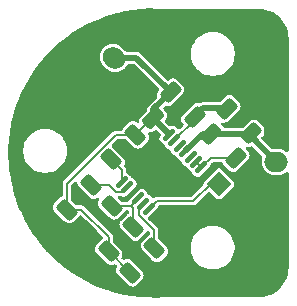
<source format=gbr>
%TF.GenerationSoftware,KiCad,Pcbnew,8.0.6*%
%TF.CreationDate,2024-11-27T15:34:58-05:00*%
%TF.ProjectId,lightboard,6c696768-7462-46f6-9172-642e6b696361,rev?*%
%TF.SameCoordinates,Original*%
%TF.FileFunction,Copper,L1,Top*%
%TF.FilePolarity,Positive*%
%FSLAX46Y46*%
G04 Gerber Fmt 4.6, Leading zero omitted, Abs format (unit mm)*
G04 Created by KiCad (PCBNEW 8.0.6) date 2024-11-27 15:34:58*
%MOMM*%
%LPD*%
G01*
G04 APERTURE LIST*
G04 Aperture macros list*
%AMRoundRect*
0 Rectangle with rounded corners*
0 $1 Rounding radius*
0 $2 $3 $4 $5 $6 $7 $8 $9 X,Y pos of 4 corners*
0 Add a 4 corners polygon primitive as box body*
4,1,4,$2,$3,$4,$5,$6,$7,$8,$9,$2,$3,0*
0 Add four circle primitives for the rounded corners*
1,1,$1+$1,$2,$3*
1,1,$1+$1,$4,$5*
1,1,$1+$1,$6,$7*
1,1,$1+$1,$8,$9*
0 Add four rect primitives between the rounded corners*
20,1,$1+$1,$2,$3,$4,$5,0*
20,1,$1+$1,$4,$5,$6,$7,0*
20,1,$1+$1,$6,$7,$8,$9,0*
20,1,$1+$1,$8,$9,$2,$3,0*%
%AMHorizOval*
0 Thick line with rounded ends*
0 $1 width*
0 $2 $3 position (X,Y) of the first rounded end (center of the circle)*
0 $4 $5 position (X,Y) of the second rounded end (center of the circle)*
0 Add line between two ends*
20,1,$1,$2,$3,$4,$5,0*
0 Add two circle primitives to create the rounded ends*
1,1,$1,$2,$3*
1,1,$1,$4,$5*%
%AMRotRect*
0 Rectangle, with rotation*
0 The origin of the aperture is its center*
0 $1 length*
0 $2 width*
0 $3 Rotation angle, in degrees counterclockwise*
0 Add horizontal line*
21,1,$1,$2,0,0,$3*%
G04 Aperture macros list end*
%TA.AperFunction,SMDPad,CuDef*%
%ADD10RoundRect,0.250000X-0.662913X-0.220971X-0.220971X-0.662913X0.662913X0.220971X0.220971X0.662913X0*%
%TD*%
%TA.AperFunction,ComponentPad*%
%ADD11RoundRect,0.250000X0.106066X-0.954594X0.954594X-0.106066X-0.106066X0.954594X-0.954594X0.106066X0*%
%TD*%
%TA.AperFunction,ComponentPad*%
%ADD12HorizOval,1.700000X-0.106066X0.106066X0.106066X-0.106066X0*%
%TD*%
%TA.AperFunction,SMDPad,CuDef*%
%ADD13RoundRect,0.250000X0.220971X-0.662913X0.662913X-0.220971X-0.220971X0.662913X-0.662913X0.220971X0*%
%TD*%
%TA.AperFunction,SMDPad,CuDef*%
%ADD14RoundRect,0.250000X0.689429X0.229810X0.229810X0.689429X-0.689429X-0.229810X-0.229810X-0.689429X0*%
%TD*%
%TA.AperFunction,SMDPad,CuDef*%
%ADD15RoundRect,0.250000X-0.220971X0.662913X-0.662913X0.220971X0.220971X-0.662913X0.662913X-0.220971X0*%
%TD*%
%TA.AperFunction,SMDPad,CuDef*%
%ADD16RotRect,1.500000X1.500000X225.000000*%
%TD*%
%TA.AperFunction,SMDPad,CuDef*%
%ADD17RotRect,1.500000X1.500000X135.000000*%
%TD*%
%TA.AperFunction,SMDPad,CuDef*%
%ADD18RoundRect,0.097500X-0.311127X-0.449013X0.449013X0.311127X0.311127X0.449013X-0.449013X-0.311127X0*%
%TD*%
%TA.AperFunction,SMDPad,CuDef*%
%ADD19RoundRect,0.787500X1.113693X0.000000X0.000000X1.113693X-1.113693X0.000000X0.000000X-1.113693X0*%
%TD*%
%TA.AperFunction,ComponentPad*%
%ADD20RoundRect,0.250000X-0.750000X0.600000X-0.750000X-0.600000X0.750000X-0.600000X0.750000X0.600000X0*%
%TD*%
%TA.AperFunction,ComponentPad*%
%ADD21O,2.000000X1.700000*%
%TD*%
%TA.AperFunction,ViaPad*%
%ADD22C,0.600000*%
%TD*%
%TA.AperFunction,Conductor*%
%ADD23C,0.500000*%
%TD*%
%TA.AperFunction,Conductor*%
%ADD24C,0.200000*%
%TD*%
G04 APERTURE END LIST*
D10*
%TO.P,R3,1*%
%TO.N,V_RAW*%
X188001390Y-86844536D03*
%TO.P,R3,2*%
%TO.N,Net-(U1-VICC)*%
X190069678Y-88912824D03*
%TD*%
D11*
%TO.P,J2,1,Pin_1*%
%TO.N,LED_V-*%
X181454594Y-85722361D03*
D12*
%TO.P,J2,2,Pin_2*%
%TO.N,V_RAW*%
X183222361Y-83954594D03*
%TD*%
D13*
%TO.P,R6,1*%
%TO.N,V_RAW*%
X182765856Y-100334144D03*
%TO.P,R6,2*%
%TO.N,PWM*%
X184834144Y-98265856D03*
%TD*%
D14*
%TO.P,C1,1*%
%TO.N,V_RAW*%
X186542983Y-89042983D03*
%TO.P,C1,2*%
%TO.N,LED_V-*%
X184457017Y-86957017D03*
%TD*%
D15*
%TO.P,R5,1*%
%TO.N,PWM*%
X183034144Y-96465856D03*
%TO.P,R5,2*%
%TO.N,LED_V-*%
X180965856Y-98534144D03*
%TD*%
D13*
%TO.P,R8,1*%
%TO.N,V_RAW*%
X184565856Y-102134144D03*
%TO.P,R8,2*%
%TO.N,SMODE*%
X186634144Y-100065856D03*
%TD*%
D10*
%TO.P,R1,1*%
%TO.N,LED_V+*%
X191465856Y-90353553D03*
%TO.P,R1,2*%
%TO.N,Net-(U1-SDH)*%
X193534144Y-92421841D03*
%TD*%
D16*
%TO.P,J3,1,Pin_1*%
%TO.N,FAULTB*%
X192100000Y-94600000D03*
%TD*%
D17*
%TO.P,J4,1,Pin_1*%
%TO.N,LED_V-*%
X196500000Y-95100000D03*
%TD*%
D10*
%TO.P,R7,1*%
%TO.N,Net-(U1-VICC)*%
X192765856Y-88265856D03*
%TO.P,R7,2*%
%TO.N,LED_V+*%
X194834144Y-90334144D03*
%TD*%
D15*
%TO.P,R2,1*%
%TO.N,V_RAW*%
X185034144Y-90465856D03*
%TO.P,R2,2*%
%TO.N,EN*%
X182965856Y-92534144D03*
%TD*%
D13*
%TO.P,R4,1*%
%TO.N,V_RAW*%
X179215856Y-96784144D03*
%TO.P,R4,2*%
%TO.N,UV*%
X181284144Y-94715856D03*
%TD*%
D18*
%TO.P,U1,1,EN*%
%TO.N,EN*%
X183873654Y-94454773D03*
%TO.P,U1,2,UV*%
%TO.N,UV*%
X184333274Y-94914393D03*
%TO.P,U1,3,FMODE*%
%TO.N,LED_V-*%
X184792893Y-95374012D03*
%TO.P,U1,4,PWM*%
%TO.N,PWM*%
X185252512Y-95833632D03*
%TO.P,U1,5,SMODE*%
%TO.N,SMODE*%
X185712132Y-96293251D03*
%TO.P,U1,6,FAULTB*%
%TO.N,FAULTB*%
X186171751Y-96752870D03*
%TO.P,U1,7,GND*%
%TO.N,LED_V-*%
X186631371Y-97212490D03*
D19*
X187267767Y-93889088D03*
D18*
%TO.P,U1,8,SDL*%
%TO.N,Net-(U1-SDH)*%
X190619453Y-93224408D03*
%TO.P,U1,9,SDH*%
X190159833Y-92764788D03*
%TO.P,U1,10*%
%TO.N,N/C*%
X189700214Y-92305169D03*
%TO.P,U1,11,OUT*%
%TO.N,LED_V+*%
X189240595Y-91845549D03*
%TO.P,U1,12*%
%TO.N,N/C*%
X188780975Y-91385930D03*
%TO.P,U1,13,VICC*%
%TO.N,Net-(U1-VICC)*%
X188321356Y-90926311D03*
%TO.P,U1,14,VIN*%
%TO.N,V_RAW*%
X187861736Y-90466691D03*
%TD*%
D20*
%TO.P,J1,1,Pin_1*%
%TO.N,LED_V-*%
X196967500Y-90250000D03*
D21*
%TO.P,J1,2,Pin_2*%
%TO.N,LED_V+*%
X196967500Y-92750000D03*
%TD*%
D22*
%TO.N,LED_V-*%
X186835786Y-95335786D03*
X185421573Y-93921573D03*
X184714466Y-93214466D03*
X188603553Y-92860913D03*
X189310660Y-93568019D03*
X186128680Y-94628680D03*
X186835786Y-92507359D03*
X186128680Y-91800253D03*
X185775126Y-92860913D03*
X187542893Y-93214466D03*
X187189340Y-91446699D03*
X186482233Y-93568019D03*
X188250000Y-93921573D03*
X187896447Y-92153806D03*
X188957107Y-94628680D03*
X187896447Y-94982233D03*
X187189340Y-94275126D03*
%TD*%
D23*
%TO.N,V_RAW*%
X186542983Y-88302943D02*
X188001390Y-86844536D01*
D24*
X186457017Y-89042983D02*
X186542983Y-89042983D01*
X183372442Y-90465856D02*
X185034144Y-90465856D01*
X180435616Y-96784144D02*
X179215856Y-96784144D01*
D23*
X185111448Y-83954594D02*
X188001390Y-86844536D01*
D24*
X184565856Y-102134144D02*
X182765856Y-100334144D01*
D23*
X187861736Y-90466691D02*
X187861736Y-90361736D01*
D24*
X185034144Y-90465856D02*
X186457017Y-89042983D01*
D23*
X187861736Y-90361736D02*
X186542983Y-89042983D01*
D24*
X179215856Y-94622442D02*
X183372442Y-90465856D01*
X179215856Y-96784144D02*
X179215856Y-94622442D01*
D23*
X183222361Y-83954594D02*
X185111448Y-83954594D01*
X186542983Y-89042983D02*
X186542983Y-88302943D01*
D24*
X182765856Y-99114384D02*
X180435616Y-96784144D01*
X182765856Y-100334144D02*
X182765856Y-99114384D01*
D23*
%TO.N,LED_V+*%
X194784144Y-90284144D02*
X194784144Y-90566644D01*
X191465856Y-90353553D02*
X194714735Y-90353553D01*
X190732591Y-90353553D02*
X191465856Y-90353553D01*
X194714735Y-90353553D02*
X194784144Y-90284144D01*
X194784144Y-90566644D02*
X196967500Y-92750000D01*
X189240595Y-91845549D02*
X190732591Y-90353553D01*
D24*
%TO.N,Net-(U1-SDH)*%
X191422020Y-92421841D02*
X190619453Y-93224408D01*
X193534144Y-92421841D02*
X191422020Y-92421841D01*
X190159833Y-92764788D02*
X190619453Y-93224408D01*
%TO.N,EN*%
X183873654Y-94454773D02*
X183873654Y-93441942D01*
X183873654Y-93441942D02*
X182965856Y-92534144D01*
%TO.N,Net-(U1-VICC)*%
X190069678Y-89177989D02*
X190069678Y-88912824D01*
X188321356Y-90926311D02*
X190069678Y-89177989D01*
D23*
X190766646Y-88215856D02*
X190069678Y-88912824D01*
X192715856Y-88215856D02*
X190766646Y-88215856D01*
D24*
%TO.N,UV*%
X183944472Y-95303195D02*
X184333274Y-94914393D01*
X182812447Y-94715856D02*
X183399786Y-95303195D01*
X183399786Y-95303195D02*
X183944472Y-95303195D01*
X181284144Y-94715856D02*
X182812447Y-94715856D01*
%TO.N,PWM*%
X184620288Y-96465856D02*
X185252512Y-95833632D01*
X184834144Y-96679712D02*
X184620288Y-96465856D01*
X184834144Y-98265856D02*
X184834144Y-96679712D01*
X183034144Y-96465856D02*
X184620288Y-96465856D01*
%TO.N,SMODE*%
X186634144Y-98537553D02*
X185323329Y-97226738D01*
X185323329Y-97226738D02*
X185323329Y-96682054D01*
X186634144Y-100065856D02*
X186634144Y-98537553D01*
X185323329Y-96682054D02*
X185712132Y-96293251D01*
%TO.N,FAULTB*%
X186834340Y-96090281D02*
X186171751Y-96752870D01*
X189909719Y-96090281D02*
X186834340Y-96090281D01*
X191500000Y-94500000D02*
X189909719Y-96090281D01*
X192000000Y-94500000D02*
X191500000Y-94500000D01*
%TD*%
%TA.AperFunction,Conductor*%
%TO.N,LED_V-*%
G36*
X186855620Y-79767926D02*
G01*
X186861173Y-79768319D01*
X186866286Y-79768337D01*
X186866287Y-79768338D01*
X186922760Y-79768548D01*
X186926400Y-79768616D01*
X186982844Y-79770542D01*
X186982849Y-79770540D01*
X186990936Y-79769756D01*
X186990999Y-79770406D01*
X187004770Y-79768853D01*
X195424315Y-79800220D01*
X195428435Y-79800500D01*
X195434108Y-79800500D01*
X195496261Y-79800500D01*
X195503747Y-79800725D01*
X195793795Y-79818271D01*
X195808659Y-79820076D01*
X196090798Y-79871780D01*
X196105335Y-79875363D01*
X196379172Y-79960695D01*
X196393163Y-79966000D01*
X196654743Y-80083727D01*
X196667989Y-80090680D01*
X196913465Y-80239075D01*
X196925776Y-80247573D01*
X197016026Y-80318279D01*
X197151573Y-80424473D01*
X197162781Y-80434403D01*
X197365596Y-80637218D01*
X197375526Y-80648426D01*
X197495481Y-80801538D01*
X197552422Y-80874217D01*
X197560928Y-80886540D01*
X197709316Y-81132004D01*
X197716275Y-81145263D01*
X197833997Y-81406831D01*
X197839306Y-81420832D01*
X197924635Y-81694663D01*
X197928219Y-81709201D01*
X197979923Y-81991340D01*
X197981728Y-82006205D01*
X197999274Y-82296263D01*
X197999500Y-82303750D01*
X197999500Y-91787154D01*
X197979815Y-91854193D01*
X197927011Y-91899948D01*
X197857853Y-91909892D01*
X197802614Y-91887472D01*
X197793451Y-91880815D01*
X197694288Y-91808768D01*
X197539945Y-91730127D01*
X197375201Y-91676598D01*
X197375199Y-91676597D01*
X197375198Y-91676597D01*
X197219895Y-91652000D01*
X197204111Y-91649500D01*
X196730889Y-91649500D01*
X196658555Y-91660956D01*
X196589261Y-91652000D01*
X196551477Y-91626163D01*
X195709359Y-90784045D01*
X195675874Y-90722722D01*
X195680858Y-90653030D01*
X195709359Y-90608683D01*
X195792460Y-90525582D01*
X195884813Y-90433229D01*
X195922434Y-90386546D01*
X195982222Y-90255630D01*
X196002703Y-90113173D01*
X195982222Y-89970716D01*
X195981142Y-89968352D01*
X195922435Y-89839802D01*
X195922432Y-89839797D01*
X195884818Y-89793122D01*
X195884812Y-89793115D01*
X195375179Y-89283483D01*
X195375167Y-89283472D01*
X195328489Y-89245854D01*
X195197574Y-89186066D01*
X195197570Y-89186065D01*
X195055115Y-89165585D01*
X194912659Y-89186065D01*
X194912655Y-89186066D01*
X194781744Y-89245852D01*
X194735049Y-89283481D01*
X194201799Y-89816734D01*
X194140476Y-89850219D01*
X194114118Y-89853053D01*
X192608226Y-89853053D01*
X192541187Y-89833368D01*
X192519141Y-89814608D01*
X192518875Y-89814875D01*
X192333600Y-89629600D01*
X192300115Y-89568277D01*
X192305099Y-89498585D01*
X192346971Y-89442652D01*
X192412435Y-89418235D01*
X192438922Y-89419180D01*
X192544885Y-89434415D01*
X192687342Y-89413934D01*
X192818258Y-89354146D01*
X192864941Y-89316527D01*
X193816525Y-88364941D01*
X193854146Y-88318258D01*
X193913934Y-88187342D01*
X193934415Y-88044885D01*
X193913934Y-87902428D01*
X193910636Y-87895207D01*
X193854147Y-87771514D01*
X193854144Y-87771509D01*
X193816530Y-87724834D01*
X193816524Y-87724827D01*
X193306891Y-87215195D01*
X193306879Y-87215184D01*
X193260201Y-87177566D01*
X193129286Y-87117778D01*
X193129282Y-87117777D01*
X192986827Y-87097297D01*
X192844371Y-87117777D01*
X192844367Y-87117778D01*
X192713456Y-87177564D01*
X192666761Y-87215193D01*
X192202920Y-87679037D01*
X192141597Y-87712522D01*
X192115239Y-87715356D01*
X190700754Y-87715356D01*
X190573460Y-87749464D01*
X190573457Y-87749465D01*
X190552052Y-87761823D01*
X190484151Y-87778293D01*
X190438547Y-87767230D01*
X190433110Y-87764747D01*
X190433104Y-87764745D01*
X190290649Y-87744265D01*
X190148193Y-87764745D01*
X190148189Y-87764746D01*
X190017278Y-87824532D01*
X189970583Y-87862161D01*
X189019012Y-88813735D01*
X189019003Y-88813745D01*
X188981387Y-88860421D01*
X188921600Y-88991335D01*
X188921599Y-88991339D01*
X188901119Y-89133795D01*
X188921599Y-89276250D01*
X188921600Y-89276254D01*
X188981386Y-89407165D01*
X188981389Y-89407170D01*
X189019003Y-89453845D01*
X189019009Y-89453852D01*
X189070889Y-89505732D01*
X189104374Y-89567055D01*
X189099390Y-89636747D01*
X189070889Y-89681094D01*
X188783631Y-89968352D01*
X188722308Y-90001837D01*
X188652616Y-89996853D01*
X188596683Y-89954981D01*
X188596544Y-89954796D01*
X188580176Y-89932845D01*
X188580173Y-89932842D01*
X188580171Y-89932839D01*
X188395588Y-89748256D01*
X188395584Y-89748253D01*
X188395582Y-89748251D01*
X188340783Y-89707389D01*
X188264188Y-89681094D01*
X188230935Y-89669678D01*
X188230934Y-89669678D01*
X188114792Y-89669678D01*
X188011346Y-89705190D01*
X187941547Y-89708339D01*
X187883403Y-89675589D01*
X187568287Y-89360473D01*
X187534802Y-89299150D01*
X187539786Y-89229458D01*
X187568287Y-89185111D01*
X187587813Y-89165585D01*
X187620169Y-89133229D01*
X187657789Y-89086546D01*
X187717577Y-88955631D01*
X187738059Y-88813173D01*
X187717577Y-88670716D01*
X187657789Y-88539800D01*
X187620170Y-88493118D01*
X187491986Y-88364934D01*
X187428076Y-88301024D01*
X187394591Y-88239701D01*
X187399575Y-88170009D01*
X187428074Y-88125664D01*
X187526895Y-88026843D01*
X187588216Y-87993360D01*
X187632220Y-87991788D01*
X187637960Y-87992613D01*
X187637962Y-87992614D01*
X187780419Y-88013095D01*
X187922876Y-87992614D01*
X188053792Y-87932826D01*
X188100475Y-87895207D01*
X189052059Y-86943621D01*
X189089680Y-86896938D01*
X189149468Y-86766022D01*
X189169949Y-86623565D01*
X189149468Y-86481108D01*
X189089680Y-86350192D01*
X189052061Y-86303510D01*
X189052058Y-86303507D01*
X188542425Y-85793875D01*
X188542413Y-85793864D01*
X188495735Y-85756246D01*
X188364820Y-85696458D01*
X188364816Y-85696457D01*
X188222361Y-85675977D01*
X188079905Y-85696457D01*
X188079901Y-85696458D01*
X187948990Y-85756244D01*
X187902295Y-85793873D01*
X187868098Y-85828070D01*
X187806774Y-85861555D01*
X187737083Y-85856569D01*
X187692737Y-85828069D01*
X185418764Y-83554096D01*
X185418762Y-83554094D01*
X185361698Y-83521148D01*
X185305517Y-83488711D01*
X189739500Y-83488711D01*
X189739500Y-83731288D01*
X189771161Y-83971785D01*
X189833947Y-84206104D01*
X189860817Y-84270973D01*
X189926776Y-84430212D01*
X190048064Y-84640289D01*
X190048066Y-84640292D01*
X190048067Y-84640293D01*
X190195733Y-84832736D01*
X190195739Y-84832743D01*
X190367256Y-85004260D01*
X190367262Y-85004265D01*
X190559711Y-85151936D01*
X190769788Y-85273224D01*
X190993900Y-85366054D01*
X191228211Y-85428838D01*
X191408586Y-85452584D01*
X191468711Y-85460500D01*
X191468712Y-85460500D01*
X191711289Y-85460500D01*
X191759388Y-85454167D01*
X191951789Y-85428838D01*
X192186100Y-85366054D01*
X192410212Y-85273224D01*
X192620289Y-85151936D01*
X192812738Y-85004265D01*
X192984265Y-84832738D01*
X193131936Y-84640289D01*
X193253224Y-84430212D01*
X193346054Y-84206100D01*
X193408838Y-83971789D01*
X193440500Y-83731288D01*
X193440500Y-83488712D01*
X193408838Y-83248211D01*
X193346054Y-83013900D01*
X193253224Y-82789788D01*
X193131936Y-82579711D01*
X192984265Y-82387262D01*
X192984260Y-82387256D01*
X192812743Y-82215739D01*
X192812736Y-82215733D01*
X192620293Y-82068067D01*
X192620292Y-82068066D01*
X192620289Y-82068064D01*
X192410212Y-81946776D01*
X192410205Y-81946773D01*
X192186104Y-81853947D01*
X191951785Y-81791161D01*
X191711289Y-81759500D01*
X191711288Y-81759500D01*
X191468712Y-81759500D01*
X191468711Y-81759500D01*
X191228214Y-81791161D01*
X190993895Y-81853947D01*
X190769794Y-81946773D01*
X190769785Y-81946777D01*
X190559706Y-82068067D01*
X190367263Y-82215733D01*
X190367256Y-82215739D01*
X190195739Y-82387256D01*
X190195733Y-82387263D01*
X190048067Y-82579706D01*
X189926777Y-82789785D01*
X189926773Y-82789794D01*
X189833947Y-83013895D01*
X189771161Y-83248214D01*
X189739500Y-83488711D01*
X185305517Y-83488711D01*
X185304635Y-83488202D01*
X185240987Y-83471148D01*
X185177340Y-83454094D01*
X185177339Y-83454094D01*
X184311205Y-83454094D01*
X184244166Y-83434409D01*
X184210887Y-83402980D01*
X184167841Y-83343732D01*
X183833223Y-83009114D01*
X183693083Y-82907296D01*
X183538740Y-82828655D01*
X183373996Y-82775126D01*
X183373994Y-82775125D01*
X183373993Y-82775125D01*
X183242566Y-82754309D01*
X183202906Y-82748028D01*
X183029684Y-82748028D01*
X182990023Y-82754309D01*
X182858597Y-82775125D01*
X182693847Y-82828656D01*
X182539506Y-82907296D01*
X182459551Y-82965387D01*
X182399367Y-83009114D01*
X182399365Y-83009116D01*
X182399364Y-83009116D01*
X182276883Y-83131597D01*
X182276883Y-83131598D01*
X182276881Y-83131600D01*
X182233154Y-83191784D01*
X182175063Y-83271739D01*
X182096423Y-83426080D01*
X182042892Y-83590830D01*
X182015795Y-83761917D01*
X182015795Y-83935138D01*
X182033391Y-84046240D01*
X182042893Y-84106229D01*
X182096422Y-84270973D01*
X182175063Y-84425316D01*
X182276881Y-84565456D01*
X182611499Y-84900074D01*
X182751639Y-85001892D01*
X182905982Y-85080533D01*
X183070726Y-85134062D01*
X183241816Y-85161160D01*
X183241817Y-85161160D01*
X183415037Y-85161160D01*
X183415038Y-85161160D01*
X183586128Y-85134062D01*
X183750872Y-85080533D01*
X183905215Y-85001892D01*
X184045355Y-84900074D01*
X184167841Y-84777588D01*
X184269659Y-84637448D01*
X184328075Y-84522798D01*
X184376049Y-84472003D01*
X184438560Y-84455094D01*
X184852772Y-84455094D01*
X184919811Y-84474779D01*
X184940453Y-84491413D01*
X186984924Y-86535884D01*
X187018409Y-86597207D01*
X187013425Y-86666899D01*
X186984925Y-86711245D01*
X186950729Y-86745441D01*
X186950719Y-86745452D01*
X186913099Y-86792133D01*
X186853312Y-86923047D01*
X186853311Y-86923051D01*
X186832831Y-87065507D01*
X186854137Y-87213704D01*
X186844193Y-87282863D01*
X186819080Y-87319031D01*
X186235669Y-87902443D01*
X186142485Y-87995626D01*
X186142483Y-87995629D01*
X186076591Y-88109755D01*
X186042483Y-88237051D01*
X186042483Y-88324688D01*
X186022798Y-88391727D01*
X186006164Y-88412369D01*
X185465804Y-88952729D01*
X185465798Y-88952736D01*
X185428176Y-88999421D01*
X185428175Y-88999423D01*
X185368388Y-89130335D01*
X185347907Y-89272794D01*
X185354846Y-89321058D01*
X185344902Y-89390216D01*
X185299147Y-89443020D01*
X185232107Y-89462704D01*
X185165068Y-89443019D01*
X185144427Y-89426385D01*
X185133232Y-89415190D01*
X185133226Y-89415185D01*
X185133222Y-89415181D01*
X185086546Y-89377565D01*
X184955632Y-89317778D01*
X184955628Y-89317777D01*
X184813173Y-89297297D01*
X184670717Y-89317777D01*
X184670713Y-89317778D01*
X184539802Y-89377564D01*
X184539797Y-89377567D01*
X184493122Y-89415181D01*
X184493115Y-89415187D01*
X183983483Y-89924820D01*
X183983472Y-89924832D01*
X183945854Y-89971511D01*
X183945853Y-89971512D01*
X183913267Y-90042867D01*
X183867512Y-90095671D01*
X183800473Y-90115356D01*
X183326298Y-90115356D01*
X183237154Y-90139242D01*
X183237153Y-90139242D01*
X183237151Y-90139243D01*
X183237148Y-90139244D01*
X183157236Y-90185382D01*
X183157227Y-90185389D01*
X178935387Y-94407228D01*
X178935381Y-94407236D01*
X178908467Y-94453854D01*
X178908467Y-94453856D01*
X178889242Y-94487153D01*
X178865356Y-94576298D01*
X178865356Y-95550472D01*
X178845671Y-95617511D01*
X178792868Y-95663266D01*
X178721514Y-95695852D01*
X178721509Y-95695855D01*
X178674834Y-95733469D01*
X178674827Y-95733475D01*
X178165195Y-96243108D01*
X178165184Y-96243120D01*
X178127566Y-96289798D01*
X178067778Y-96420713D01*
X178067777Y-96420717D01*
X178047297Y-96563173D01*
X178067777Y-96705628D01*
X178067778Y-96705632D01*
X178127564Y-96836543D01*
X178127565Y-96836544D01*
X178127566Y-96836546D01*
X178165185Y-96883229D01*
X178165188Y-96883232D01*
X178165193Y-96883238D01*
X179006778Y-97724820D01*
X179116771Y-97834813D01*
X179116775Y-97834816D01*
X179116777Y-97834818D01*
X179163453Y-97872434D01*
X179294367Y-97932221D01*
X179294368Y-97932221D01*
X179294370Y-97932222D01*
X179436827Y-97952703D01*
X179579284Y-97932222D01*
X179710200Y-97872434D01*
X179756882Y-97834815D01*
X180266525Y-97325170D01*
X180275596Y-97313914D01*
X180332983Y-97274066D01*
X180402808Y-97271569D01*
X180459828Y-97304038D01*
X182245960Y-99090170D01*
X182279445Y-99151493D01*
X182274461Y-99221185D01*
X182236086Y-99274402D01*
X182224834Y-99283469D01*
X182224827Y-99283475D01*
X181715195Y-99793108D01*
X181715184Y-99793120D01*
X181677566Y-99839798D01*
X181617778Y-99970713D01*
X181617777Y-99970717D01*
X181597297Y-100113173D01*
X181617777Y-100255628D01*
X181617778Y-100255632D01*
X181677564Y-100386543D01*
X181677565Y-100386544D01*
X181677566Y-100386546D01*
X181715185Y-100433229D01*
X181715188Y-100433232D01*
X181715193Y-100433238D01*
X182514694Y-101232736D01*
X182666771Y-101384813D01*
X182666775Y-101384816D01*
X182666777Y-101384818D01*
X182713453Y-101422434D01*
X182844367Y-101482221D01*
X182844368Y-101482221D01*
X182844370Y-101482222D01*
X182986827Y-101502703D01*
X183129284Y-101482222D01*
X183249344Y-101427391D01*
X183318500Y-101417448D01*
X183382056Y-101446472D01*
X183388535Y-101452505D01*
X183447494Y-101511464D01*
X183480979Y-101572787D01*
X183475995Y-101642479D01*
X183472607Y-101650657D01*
X183417778Y-101770712D01*
X183417777Y-101770717D01*
X183397297Y-101913173D01*
X183417777Y-102055628D01*
X183417778Y-102055632D01*
X183477564Y-102186543D01*
X183477565Y-102186544D01*
X183477566Y-102186546D01*
X183515185Y-102233229D01*
X183515188Y-102233232D01*
X183515193Y-102233238D01*
X184121860Y-102839903D01*
X184466771Y-103184813D01*
X184466775Y-103184816D01*
X184466777Y-103184818D01*
X184513453Y-103222434D01*
X184644367Y-103282221D01*
X184644368Y-103282221D01*
X184644370Y-103282222D01*
X184786827Y-103302703D01*
X184929284Y-103282222D01*
X185060200Y-103222434D01*
X185106882Y-103184815D01*
X185616525Y-102675170D01*
X185654146Y-102628488D01*
X185713934Y-102497572D01*
X185734415Y-102355115D01*
X185713934Y-102212658D01*
X185680467Y-102139377D01*
X185654147Y-102081744D01*
X185654146Y-102081743D01*
X185654146Y-102081742D01*
X185616527Y-102035059D01*
X185616522Y-102035054D01*
X185616518Y-102035049D01*
X184664944Y-101083478D01*
X184664938Y-101083473D01*
X184664934Y-101083469D01*
X184618258Y-101045853D01*
X184487344Y-100986066D01*
X184487340Y-100986065D01*
X184344885Y-100965585D01*
X184202429Y-100986065D01*
X184202424Y-100986066D01*
X184082369Y-101040895D01*
X184013210Y-101050839D01*
X183949654Y-101021814D01*
X183943176Y-101015782D01*
X183884217Y-100956823D01*
X183850732Y-100895500D01*
X183855716Y-100825808D01*
X183859092Y-100817657D01*
X183913934Y-100697572D01*
X183934415Y-100555115D01*
X183913934Y-100412658D01*
X183889740Y-100359682D01*
X183854147Y-100281744D01*
X183854146Y-100281743D01*
X183854146Y-100281742D01*
X183816527Y-100235059D01*
X183816522Y-100235054D01*
X183816518Y-100235049D01*
X183152675Y-99571207D01*
X183119190Y-99509884D01*
X183116356Y-99483526D01*
X183116356Y-99068242D01*
X183116356Y-99068240D01*
X183092635Y-98979711D01*
X183092471Y-98979099D01*
X183092470Y-98979098D01*
X183092470Y-98979096D01*
X183091587Y-98977566D01*
X183046326Y-98899172D01*
X180650828Y-96503674D01*
X180650827Y-96503673D01*
X180650824Y-96503671D01*
X180570906Y-96457531D01*
X180570905Y-96457530D01*
X180570904Y-96457530D01*
X180481760Y-96433644D01*
X180481759Y-96433644D01*
X180066473Y-96433644D01*
X179999434Y-96413959D01*
X179978792Y-96397325D01*
X179602675Y-96021208D01*
X179569190Y-95959885D01*
X179566356Y-95933527D01*
X179566356Y-94818984D01*
X179586041Y-94751945D01*
X179602670Y-94731308D01*
X179905665Y-94428312D01*
X179966987Y-94394829D01*
X180036679Y-94399813D01*
X180092612Y-94441685D01*
X180116083Y-94498349D01*
X180136065Y-94637340D01*
X180136066Y-94637344D01*
X180195852Y-94768255D01*
X180195853Y-94768256D01*
X180195854Y-94768258D01*
X180233473Y-94814941D01*
X180233476Y-94814944D01*
X180233481Y-94814950D01*
X181036045Y-95617511D01*
X181185059Y-95766525D01*
X181185063Y-95766528D01*
X181185065Y-95766530D01*
X181231741Y-95804146D01*
X181362655Y-95863933D01*
X181362656Y-95863933D01*
X181362658Y-95863934D01*
X181505115Y-95884415D01*
X181647572Y-95863934D01*
X181778488Y-95804146D01*
X181778487Y-95804146D01*
X181784120Y-95801574D01*
X181853278Y-95791630D01*
X181916834Y-95820655D01*
X181954609Y-95879432D01*
X181954609Y-95949302D01*
X181948426Y-95965880D01*
X181886066Y-96102425D01*
X181886065Y-96102429D01*
X181865585Y-96244885D01*
X181886065Y-96387340D01*
X181886066Y-96387344D01*
X181945852Y-96518255D01*
X181945853Y-96518256D01*
X181945854Y-96518258D01*
X181983473Y-96564941D01*
X181983476Y-96564944D01*
X181983481Y-96564950D01*
X182812043Y-97393509D01*
X182935059Y-97516525D01*
X182935063Y-97516528D01*
X182935065Y-97516530D01*
X182981741Y-97554146D01*
X183112655Y-97613933D01*
X183112656Y-97613933D01*
X183112658Y-97613934D01*
X183255115Y-97634415D01*
X183397572Y-97613934D01*
X183528488Y-97554146D01*
X183575170Y-97516527D01*
X184084813Y-97006882D01*
X184122434Y-96960200D01*
X184155021Y-96888844D01*
X184200776Y-96836041D01*
X184267815Y-96816356D01*
X184359644Y-96816356D01*
X184426683Y-96836041D01*
X184472438Y-96888845D01*
X184483644Y-96940356D01*
X184483644Y-97032184D01*
X184463959Y-97099223D01*
X184411156Y-97144978D01*
X184339802Y-97177564D01*
X184339797Y-97177567D01*
X184293122Y-97215181D01*
X184293115Y-97215187D01*
X183783483Y-97724820D01*
X183783472Y-97724832D01*
X183745854Y-97771510D01*
X183686066Y-97902425D01*
X183686065Y-97902429D01*
X183665585Y-98044885D01*
X183686065Y-98187340D01*
X183686066Y-98187344D01*
X183745852Y-98318255D01*
X183745853Y-98318256D01*
X183745854Y-98318258D01*
X183783473Y-98364941D01*
X183783476Y-98364944D01*
X183783481Y-98364950D01*
X184608319Y-99189785D01*
X184735059Y-99316525D01*
X184735063Y-99316528D01*
X184735065Y-99316530D01*
X184781741Y-99354146D01*
X184912655Y-99413933D01*
X184912656Y-99413933D01*
X184912658Y-99413934D01*
X185055115Y-99434415D01*
X185197572Y-99413934D01*
X185328488Y-99354146D01*
X185375170Y-99316527D01*
X185884813Y-98806882D01*
X185922434Y-98760200D01*
X185982222Y-98629284D01*
X185982222Y-98629281D01*
X185985773Y-98621507D01*
X186031528Y-98568703D01*
X186098567Y-98549019D01*
X186165607Y-98568704D01*
X186186248Y-98585338D01*
X186247325Y-98646415D01*
X186280810Y-98707738D01*
X186283644Y-98734096D01*
X186283644Y-98832184D01*
X186263959Y-98899223D01*
X186211156Y-98944978D01*
X186139802Y-98977564D01*
X186139797Y-98977567D01*
X186093122Y-99015181D01*
X186093115Y-99015187D01*
X185583483Y-99524820D01*
X185583472Y-99524832D01*
X185545854Y-99571510D01*
X185486066Y-99702425D01*
X185486065Y-99702429D01*
X185465585Y-99844885D01*
X185486065Y-99987340D01*
X185486066Y-99987344D01*
X185545852Y-100118255D01*
X185545853Y-100118256D01*
X185545854Y-100118258D01*
X185583473Y-100164941D01*
X185583476Y-100164944D01*
X185583481Y-100164950D01*
X186384119Y-100965585D01*
X186535059Y-101116525D01*
X186535063Y-101116528D01*
X186535065Y-101116530D01*
X186581741Y-101154146D01*
X186712655Y-101213933D01*
X186712656Y-101213933D01*
X186712658Y-101213934D01*
X186855115Y-101234415D01*
X186997572Y-101213934D01*
X187128488Y-101154146D01*
X187175170Y-101116527D01*
X187684813Y-100606882D01*
X187722434Y-100560200D01*
X187782222Y-100429284D01*
X187802703Y-100286827D01*
X187782222Y-100144370D01*
X187722434Y-100013454D01*
X187684815Y-99966771D01*
X187684810Y-99966766D01*
X187684806Y-99966761D01*
X187606756Y-99888711D01*
X189719500Y-99888711D01*
X189719500Y-100131288D01*
X189751161Y-100371785D01*
X189813947Y-100606104D01*
X189906773Y-100830205D01*
X189906777Y-100830214D01*
X189916940Y-100847816D01*
X190028064Y-101040289D01*
X190028066Y-101040292D01*
X190028067Y-101040293D01*
X190175733Y-101232736D01*
X190175739Y-101232743D01*
X190347256Y-101404260D01*
X190347262Y-101404265D01*
X190539711Y-101551936D01*
X190749788Y-101673224D01*
X190973900Y-101766054D01*
X191208211Y-101828838D01*
X191388586Y-101852584D01*
X191448711Y-101860500D01*
X191448712Y-101860500D01*
X191691289Y-101860500D01*
X191739388Y-101854167D01*
X191931789Y-101828838D01*
X192166100Y-101766054D01*
X192390212Y-101673224D01*
X192600289Y-101551936D01*
X192792738Y-101404265D01*
X192964265Y-101232738D01*
X193111936Y-101040289D01*
X193233224Y-100830212D01*
X193326054Y-100606100D01*
X193388838Y-100371789D01*
X193420500Y-100131288D01*
X193420500Y-99888712D01*
X193388838Y-99648211D01*
X193326054Y-99413900D01*
X193233224Y-99189788D01*
X193111936Y-98979711D01*
X192964265Y-98787262D01*
X192964260Y-98787256D01*
X192792743Y-98615739D01*
X192792736Y-98615733D01*
X192600293Y-98468067D01*
X192600292Y-98468066D01*
X192600289Y-98468064D01*
X192390212Y-98346776D01*
X192390205Y-98346773D01*
X192166104Y-98253947D01*
X191931785Y-98191161D01*
X191691289Y-98159500D01*
X191691288Y-98159500D01*
X191448712Y-98159500D01*
X191448711Y-98159500D01*
X191208214Y-98191161D01*
X190973895Y-98253947D01*
X190749794Y-98346773D01*
X190749785Y-98346777D01*
X190539706Y-98468067D01*
X190347263Y-98615733D01*
X190347256Y-98615739D01*
X190175739Y-98787256D01*
X190175733Y-98787263D01*
X190028067Y-98979706D01*
X189906777Y-99189785D01*
X189906773Y-99189794D01*
X189813947Y-99413895D01*
X189751161Y-99648214D01*
X189719500Y-99888711D01*
X187606756Y-99888711D01*
X187020963Y-99302919D01*
X186987478Y-99241596D01*
X186984644Y-99215238D01*
X186984644Y-98491411D01*
X186984644Y-98491409D01*
X186960758Y-98402265D01*
X186939209Y-98364941D01*
X186914617Y-98322347D01*
X186914614Y-98322344D01*
X186914613Y-98322341D01*
X186849356Y-98257084D01*
X186161141Y-97568869D01*
X186127658Y-97507548D01*
X186132642Y-97437856D01*
X186161141Y-97393511D01*
X186890191Y-96664462D01*
X186931053Y-96609663D01*
X186960283Y-96524517D01*
X187000668Y-96467503D01*
X187065468Y-96441372D01*
X187077564Y-96440781D01*
X189955861Y-96440781D01*
X189955863Y-96440781D01*
X190045007Y-96416895D01*
X190050967Y-96413454D01*
X190050968Y-96413454D01*
X190124924Y-96370755D01*
X190124923Y-96370755D01*
X190124931Y-96370751D01*
X191202700Y-95292980D01*
X191264021Y-95259497D01*
X191333712Y-95264481D01*
X191378060Y-95292982D01*
X191940314Y-95855236D01*
X191940317Y-95855238D01*
X192002259Y-95896626D01*
X192100000Y-95916069D01*
X192197741Y-95896626D01*
X192259683Y-95855238D01*
X193355238Y-94759683D01*
X193396626Y-94697741D01*
X193416069Y-94600000D01*
X193396626Y-94502259D01*
X193355238Y-94440317D01*
X193355236Y-94440314D01*
X192259685Y-93344763D01*
X192232783Y-93326788D01*
X192197741Y-93303374D01*
X192100000Y-93283931D01*
X192002259Y-93303374D01*
X191940314Y-93344763D01*
X190844763Y-94440314D01*
X190803374Y-94502259D01*
X190783931Y-94599999D01*
X190783931Y-94600000D01*
X190790974Y-94635405D01*
X190784747Y-94704997D01*
X190757038Y-94747279D01*
X189800856Y-95703462D01*
X189739533Y-95736947D01*
X189713175Y-95739781D01*
X186788196Y-95739781D01*
X186699052Y-95763667D01*
X186699051Y-95763667D01*
X186699049Y-95763668D01*
X186699046Y-95763669D01*
X186612090Y-95813875D01*
X186610789Y-95811622D01*
X186557670Y-95832156D01*
X186489226Y-95818116D01*
X186447950Y-95782710D01*
X186430572Y-95759404D01*
X186245984Y-95574816D01*
X186245980Y-95574813D01*
X186245978Y-95574811D01*
X186191179Y-95533949D01*
X186155920Y-95521844D01*
X186114987Y-95507792D01*
X186057971Y-95467406D01*
X186037971Y-95430779D01*
X186011814Y-95354585D01*
X185970952Y-95299786D01*
X185970948Y-95299782D01*
X185970946Y-95299779D01*
X185786364Y-95115197D01*
X185786360Y-95115194D01*
X185786358Y-95115192D01*
X185731559Y-95074330D01*
X185676634Y-95055474D01*
X185621711Y-95036619D01*
X185621710Y-95036619D01*
X185505568Y-95036619D01*
X185505567Y-95036619D01*
X185395719Y-95074330D01*
X185340913Y-95115197D01*
X184534077Y-95922033D01*
X184493210Y-95976839D01*
X184474404Y-96031619D01*
X184434018Y-96088634D01*
X184369219Y-96114765D01*
X184357123Y-96115356D01*
X183884761Y-96115356D01*
X183817722Y-96095671D01*
X183797080Y-96079037D01*
X183583419Y-95865376D01*
X183549934Y-95804053D01*
X183554918Y-95734361D01*
X183596790Y-95678428D01*
X183662254Y-95654011D01*
X183671100Y-95653695D01*
X183786262Y-95653695D01*
X183844811Y-95670887D01*
X183845704Y-95669197D01*
X183854222Y-95673693D01*
X183854226Y-95673694D01*
X183854227Y-95673695D01*
X183868014Y-95678428D01*
X183964074Y-95711406D01*
X183964076Y-95711406D01*
X184080219Y-95711406D01*
X184103358Y-95703462D01*
X184190067Y-95673695D01*
X184244866Y-95632833D01*
X185051714Y-94825985D01*
X185092576Y-94771186D01*
X185130287Y-94661337D01*
X185130287Y-94545195D01*
X185130287Y-94545193D01*
X185112671Y-94493880D01*
X185092576Y-94435346D01*
X185051714Y-94380547D01*
X185051710Y-94380543D01*
X185051708Y-94380540D01*
X184867126Y-94195958D01*
X184867122Y-94195955D01*
X184867120Y-94195953D01*
X184812321Y-94155091D01*
X184736129Y-94128934D01*
X184679114Y-94088548D01*
X184659112Y-94051916D01*
X184648643Y-94021421D01*
X184632956Y-93975726D01*
X184592094Y-93920927D01*
X184592090Y-93920923D01*
X184592088Y-93920920D01*
X184407506Y-93736338D01*
X184407502Y-93736335D01*
X184407500Y-93736333D01*
X184352701Y-93695471D01*
X184307889Y-93680087D01*
X184250875Y-93639700D01*
X184224745Y-93574900D01*
X184224154Y-93562806D01*
X184224154Y-93395800D01*
X184224154Y-93395798D01*
X184200268Y-93306654D01*
X184200265Y-93306648D01*
X184154127Y-93226736D01*
X184154124Y-93226733D01*
X184154123Y-93226730D01*
X184088866Y-93161473D01*
X184088864Y-93161470D01*
X184084217Y-93156823D01*
X184050732Y-93095500D01*
X184055716Y-93025808D01*
X184059092Y-93017657D01*
X184113934Y-92897572D01*
X184134415Y-92755115D01*
X184113934Y-92612658D01*
X184113677Y-92612096D01*
X184054147Y-92481744D01*
X184054146Y-92481743D01*
X184054146Y-92481742D01*
X184016527Y-92435059D01*
X184016522Y-92435054D01*
X184016518Y-92435049D01*
X183064944Y-91483478D01*
X183064929Y-91483464D01*
X183053679Y-91474398D01*
X183013833Y-91417004D01*
X183011342Y-91347179D01*
X183043806Y-91290171D01*
X183481304Y-90852675D01*
X183542627Y-90819190D01*
X183568985Y-90816356D01*
X184183527Y-90816356D01*
X184250566Y-90836041D01*
X184271208Y-90852675D01*
X184935059Y-91516525D01*
X184935063Y-91516528D01*
X184935065Y-91516530D01*
X184981741Y-91554146D01*
X185112655Y-91613933D01*
X185112656Y-91613933D01*
X185112658Y-91613934D01*
X185255115Y-91634415D01*
X185397572Y-91613934D01*
X185528488Y-91554146D01*
X185575170Y-91516527D01*
X186084813Y-91006882D01*
X186122434Y-90960200D01*
X186182222Y-90829284D01*
X186202703Y-90686827D01*
X186182222Y-90544370D01*
X186140542Y-90453104D01*
X186119212Y-90406398D01*
X186121292Y-90405447D01*
X186105840Y-90349155D01*
X186126708Y-90282475D01*
X186180314Y-90237662D01*
X186247467Y-90228612D01*
X186313173Y-90238059D01*
X186455631Y-90217577D01*
X186586546Y-90157789D01*
X186633229Y-90120170D01*
X186685111Y-90068287D01*
X186746433Y-90034802D01*
X186816124Y-90039786D01*
X186860473Y-90068287D01*
X187157609Y-90365423D01*
X187191094Y-90426746D01*
X187186110Y-90496438D01*
X187157612Y-90540783D01*
X187143295Y-90555100D01*
X187102434Y-90609898D01*
X187064723Y-90719745D01*
X187064723Y-90719747D01*
X187064723Y-90835889D01*
X187064723Y-90835890D01*
X187064722Y-90835890D01*
X187086875Y-90900416D01*
X187102434Y-90945738D01*
X187143296Y-91000537D01*
X187143298Y-91000539D01*
X187143301Y-91000543D01*
X187327883Y-91185125D01*
X187327886Y-91185127D01*
X187327890Y-91185131D01*
X187382689Y-91225993D01*
X187452900Y-91250096D01*
X187458879Y-91252149D01*
X187515894Y-91292535D01*
X187535897Y-91329166D01*
X187561661Y-91404213D01*
X187562054Y-91405358D01*
X187602916Y-91460157D01*
X187602918Y-91460159D01*
X187602921Y-91460163D01*
X187787503Y-91644745D01*
X187787506Y-91644747D01*
X187787510Y-91644751D01*
X187842309Y-91685613D01*
X187895645Y-91703923D01*
X187918498Y-91711769D01*
X187975514Y-91752155D01*
X187995516Y-91788786D01*
X188008334Y-91826122D01*
X188021673Y-91864977D01*
X188062535Y-91919776D01*
X188062537Y-91919778D01*
X188062540Y-91919782D01*
X188247122Y-92104364D01*
X188247125Y-92104366D01*
X188247129Y-92104370D01*
X188301928Y-92145232D01*
X188378119Y-92171388D01*
X188435134Y-92211773D01*
X188455137Y-92248406D01*
X188481293Y-92324596D01*
X188522155Y-92379395D01*
X188522157Y-92379397D01*
X188522160Y-92379401D01*
X188706742Y-92563983D01*
X188706745Y-92563985D01*
X188706749Y-92563989D01*
X188761548Y-92604851D01*
X188837739Y-92631007D01*
X188894752Y-92671391D01*
X188914755Y-92708024D01*
X188936835Y-92772341D01*
X188940912Y-92784215D01*
X188940911Y-92784215D01*
X188940912Y-92784216D01*
X188981774Y-92839015D01*
X188981776Y-92839017D01*
X188981779Y-92839021D01*
X189166361Y-93023603D01*
X189166364Y-93023605D01*
X189166368Y-93023609D01*
X189221167Y-93064471D01*
X189274503Y-93082781D01*
X189297356Y-93090627D01*
X189354372Y-93131013D01*
X189374374Y-93167644D01*
X189390380Y-93214266D01*
X189400531Y-93243835D01*
X189441393Y-93298634D01*
X189441395Y-93298636D01*
X189441398Y-93298640D01*
X189625980Y-93483222D01*
X189625983Y-93483224D01*
X189625987Y-93483228D01*
X189680786Y-93524090D01*
X189748386Y-93547297D01*
X189756976Y-93550246D01*
X189813991Y-93590632D01*
X189833994Y-93627263D01*
X189855955Y-93691232D01*
X189860151Y-93703455D01*
X189901013Y-93758254D01*
X189901015Y-93758256D01*
X189901018Y-93758260D01*
X190085600Y-93942842D01*
X190085603Y-93942844D01*
X190085607Y-93942848D01*
X190140406Y-93983710D01*
X190205535Y-94006068D01*
X190250253Y-94021421D01*
X190250255Y-94021421D01*
X190366398Y-94021421D01*
X190388756Y-94013744D01*
X190476246Y-93983710D01*
X190531045Y-93942848D01*
X191337893Y-93136000D01*
X191378755Y-93081201D01*
X191416466Y-92971352D01*
X191418157Y-92961219D01*
X191420245Y-92961567D01*
X191436151Y-92907400D01*
X191452785Y-92886758D01*
X191530883Y-92808660D01*
X191592206Y-92775175D01*
X191618564Y-92772341D01*
X192300472Y-92772341D01*
X192367511Y-92792026D01*
X192413266Y-92844829D01*
X192445852Y-92916182D01*
X192445855Y-92916187D01*
X192483469Y-92962862D01*
X192483475Y-92962869D01*
X192993108Y-93472501D01*
X192993120Y-93472512D01*
X193039798Y-93510130D01*
X193170713Y-93569918D01*
X193170714Y-93569918D01*
X193170716Y-93569919D01*
X193313173Y-93590400D01*
X193455630Y-93569919D01*
X193586546Y-93510131D01*
X193633229Y-93472512D01*
X194584813Y-92520926D01*
X194622434Y-92474243D01*
X194682222Y-92343327D01*
X194702703Y-92200870D01*
X194682222Y-92058413D01*
X194676714Y-92046353D01*
X194622435Y-91927499D01*
X194622432Y-91927494D01*
X194597928Y-91897088D01*
X194584815Y-91880815D01*
X194459128Y-91755128D01*
X194401888Y-91697888D01*
X194368403Y-91636565D01*
X194373387Y-91566873D01*
X194415259Y-91510940D01*
X194480723Y-91486523D01*
X194507210Y-91487468D01*
X194613173Y-91502703D01*
X194755630Y-91482222D01*
X194839519Y-91443910D01*
X194908674Y-91433967D01*
X194972230Y-91462991D01*
X194978710Y-91469024D01*
X195753610Y-92243924D01*
X195787095Y-92305247D01*
X195783860Y-92369922D01*
X195744098Y-92492297D01*
X195744097Y-92492301D01*
X195717000Y-92663389D01*
X195717000Y-92836610D01*
X195736776Y-92961476D01*
X195744098Y-93007701D01*
X195797627Y-93172445D01*
X195876268Y-93326788D01*
X195978086Y-93466928D01*
X196100572Y-93589414D01*
X196240712Y-93691232D01*
X196395055Y-93769873D01*
X196559799Y-93823402D01*
X196730889Y-93850500D01*
X196730890Y-93850500D01*
X197204110Y-93850500D01*
X197204111Y-93850500D01*
X197375201Y-93823402D01*
X197539945Y-93769873D01*
X197694288Y-93691232D01*
X197802614Y-93612527D01*
X197868420Y-93589047D01*
X197936474Y-93604872D01*
X197985169Y-93654977D01*
X197999500Y-93712845D01*
X197999500Y-101696249D01*
X197999274Y-101703736D01*
X197981728Y-101993794D01*
X197979923Y-102008659D01*
X197928219Y-102290798D01*
X197924635Y-102305336D01*
X197839306Y-102579167D01*
X197833997Y-102593168D01*
X197716275Y-102854736D01*
X197709316Y-102867995D01*
X197560928Y-103113459D01*
X197552422Y-103125782D01*
X197375526Y-103351573D01*
X197365596Y-103362781D01*
X197162781Y-103565596D01*
X197151573Y-103575526D01*
X196925782Y-103752422D01*
X196913459Y-103760928D01*
X196667995Y-103909316D01*
X196654736Y-103916275D01*
X196393168Y-104033997D01*
X196379167Y-104039306D01*
X196105336Y-104124635D01*
X196090798Y-104128219D01*
X195808659Y-104179923D01*
X195793794Y-104181728D01*
X195503736Y-104199274D01*
X195496249Y-104199500D01*
X187557370Y-104199500D01*
X187534777Y-104197424D01*
X187526400Y-104195871D01*
X187485186Y-104199117D01*
X187475453Y-104199500D01*
X187434101Y-104199500D01*
X187433502Y-104199661D01*
X187407688Y-104203724D01*
X186778456Y-104235543D01*
X186771502Y-104235699D01*
X186091875Y-104231905D01*
X186084922Y-104231671D01*
X185406580Y-104189769D01*
X185399652Y-104189146D01*
X184724714Y-104109270D01*
X184717831Y-104108259D01*
X184048427Y-103990657D01*
X184041612Y-103989261D01*
X183379885Y-103834312D01*
X183373159Y-103832537D01*
X182887046Y-103689525D01*
X182721133Y-103640714D01*
X182714528Y-103638568D01*
X182509693Y-103565596D01*
X182074303Y-103410489D01*
X182067818Y-103407972D01*
X181441378Y-103144344D01*
X181435045Y-103141467D01*
X180824387Y-102843131D01*
X180818224Y-102839903D01*
X180225250Y-102507787D01*
X180219279Y-102504219D01*
X179793373Y-102233229D01*
X179645862Y-102139372D01*
X179640106Y-102135479D01*
X179565276Y-102081744D01*
X179088055Y-101739052D01*
X179082521Y-101734838D01*
X178553557Y-101308067D01*
X178548268Y-101303548D01*
X178471788Y-101234415D01*
X178044085Y-100847801D01*
X178039089Y-100843024D01*
X177561217Y-100359680D01*
X177556469Y-100354599D01*
X177492105Y-100281744D01*
X177106500Y-99845267D01*
X177102046Y-99839932D01*
X177101942Y-99839800D01*
X176681320Y-99306134D01*
X176677186Y-99300576D01*
X176287058Y-98744026D01*
X176283246Y-98738250D01*
X175924937Y-98160691D01*
X175921441Y-98154686D01*
X175921328Y-98154478D01*
X175596092Y-97557958D01*
X175592940Y-97551767D01*
X175576219Y-97516530D01*
X175301580Y-96937758D01*
X175298775Y-96931392D01*
X175042298Y-96301992D01*
X175039855Y-96295479D01*
X174892129Y-95865376D01*
X174819083Y-95652705D01*
X174817010Y-95646070D01*
X174790065Y-95550472D01*
X174632617Y-94991873D01*
X174630929Y-94985167D01*
X174483520Y-94321698D01*
X174482203Y-94314871D01*
X174462704Y-94195953D01*
X174372232Y-93644182D01*
X174371300Y-93637290D01*
X174366316Y-93590632D01*
X174299111Y-92961458D01*
X174298570Y-92954560D01*
X174264394Y-92275766D01*
X174264240Y-92268817D01*
X174264254Y-92266451D01*
X174267549Y-91698711D01*
X175529500Y-91698711D01*
X175529500Y-91941288D01*
X175561161Y-92181785D01*
X175623947Y-92416104D01*
X175713886Y-92633235D01*
X175716776Y-92640212D01*
X175838064Y-92850289D01*
X175838066Y-92850292D01*
X175838067Y-92850293D01*
X175985733Y-93042736D01*
X175985739Y-93042743D01*
X176157256Y-93214260D01*
X176157263Y-93214266D01*
X176195798Y-93243835D01*
X176349711Y-93361936D01*
X176559788Y-93483224D01*
X176715677Y-93547795D01*
X176763917Y-93567777D01*
X176783900Y-93576054D01*
X177018211Y-93638838D01*
X177198586Y-93662584D01*
X177258711Y-93670500D01*
X177258712Y-93670500D01*
X177501289Y-93670500D01*
X177551466Y-93663894D01*
X177741789Y-93638838D01*
X177976100Y-93576054D01*
X178200212Y-93483224D01*
X178410289Y-93361936D01*
X178602738Y-93214265D01*
X178774265Y-93042738D01*
X178921936Y-92850289D01*
X179043224Y-92640212D01*
X179136054Y-92416100D01*
X179198838Y-92181789D01*
X179230500Y-91941288D01*
X179230500Y-91698712D01*
X179198838Y-91458211D01*
X179136054Y-91223900D01*
X179043224Y-90999788D01*
X178921936Y-90789711D01*
X178861018Y-90710321D01*
X178774266Y-90597263D01*
X178774260Y-90597256D01*
X178602743Y-90425739D01*
X178602736Y-90425733D01*
X178410293Y-90278067D01*
X178410292Y-90278066D01*
X178410289Y-90278064D01*
X178200212Y-90156776D01*
X178157886Y-90139244D01*
X177976104Y-90063947D01*
X177741785Y-90001161D01*
X177501289Y-89969500D01*
X177501288Y-89969500D01*
X177258712Y-89969500D01*
X177258711Y-89969500D01*
X177018214Y-90001161D01*
X176783895Y-90063947D01*
X176559794Y-90156773D01*
X176559785Y-90156777D01*
X176349706Y-90278067D01*
X176157263Y-90425733D01*
X176157256Y-90425739D01*
X175985739Y-90597256D01*
X175985733Y-90597263D01*
X175838067Y-90789706D01*
X175716777Y-90999785D01*
X175716773Y-90999794D01*
X175623947Y-91223895D01*
X175561161Y-91458214D01*
X175529500Y-91698711D01*
X174267549Y-91698711D01*
X174268185Y-91589141D01*
X174268418Y-91582252D01*
X174310473Y-90903860D01*
X174311093Y-90896987D01*
X174391124Y-90222020D01*
X174392125Y-90215211D01*
X174509882Y-89545786D01*
X174511277Y-89538983D01*
X174531232Y-89453850D01*
X174666379Y-88877259D01*
X174668154Y-88870544D01*
X174860117Y-88218572D01*
X174862264Y-88211970D01*
X175090495Y-87571762D01*
X175093001Y-87565313D01*
X175356773Y-86938916D01*
X175359634Y-86932620D01*
X175658136Y-86321964D01*
X175661340Y-86315850D01*
X175993604Y-85722921D01*
X175997151Y-85716988D01*
X176362148Y-85143611D01*
X176366010Y-85137904D01*
X176762605Y-84585874D01*
X176766779Y-84580397D01*
X177193680Y-84051509D01*
X177198166Y-84046259D01*
X177654081Y-83542115D01*
X177658849Y-83537132D01*
X178142292Y-83059373D01*
X178147342Y-83054655D01*
X178656810Y-82604764D01*
X178662117Y-82600335D01*
X179196033Y-82179707D01*
X179201597Y-82175572D01*
X179758218Y-81785577D01*
X179764015Y-81781752D01*
X180341648Y-81423574D01*
X180347619Y-81420100D01*
X180944435Y-81094874D01*
X180950612Y-81091729D01*
X181564754Y-80800470D01*
X181571048Y-80797700D01*
X182200529Y-80541351D01*
X182207040Y-80538911D01*
X182511532Y-80434403D01*
X182849876Y-80318276D01*
X182856499Y-80316208D01*
X183510738Y-80131958D01*
X183517435Y-80130274D01*
X184044387Y-80013318D01*
X184180956Y-79983008D01*
X184187786Y-79981692D01*
X184858507Y-79871867D01*
X184865338Y-79870944D01*
X185541231Y-79798899D01*
X185548103Y-79798361D01*
X186226965Y-79764333D01*
X186233849Y-79764181D01*
X186855620Y-79767926D01*
G37*
%TD.AperFunction*%
%TD*%
M02*

</source>
